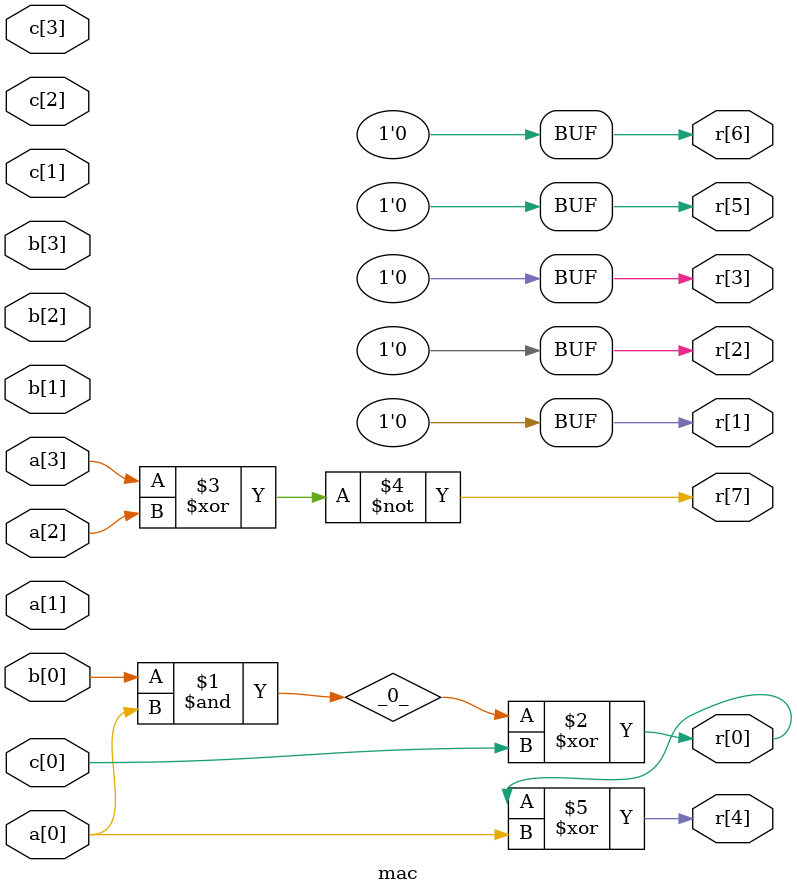
<source format=v>
/* Generated by Yosys 0.18+29 (git sha1 b2408df31, gcc 10.3.0-1ubuntu1~20.04 -fPIC -Os) */

module mac(\a[0] , \a[1] , \a[2] , \a[3] , \b[0] , \b[1] , \b[2] , \b[3] , \c[0] , \c[1] , \c[2] , \c[3] , \r[0] , \r[1] , \r[2] , \r[3] , \r[4] , \r[5] , \r[6] , \r[7] );
  wire _0_;
  input \a[0] ;
  wire \a[0] ;
  input \a[1] ;
  wire \a[1] ;
  input \a[2] ;
  wire \a[2] ;
  input \a[3] ;
  wire \a[3] ;
  input \b[0] ;
  wire \b[0] ;
  input \b[1] ;
  wire \b[1] ;
  input \b[2] ;
  wire \b[2] ;
  input \b[3] ;
  wire \b[3] ;
  input \c[0] ;
  wire \c[0] ;
  input \c[1] ;
  wire \c[1] ;
  input \c[2] ;
  wire \c[2] ;
  input \c[3] ;
  wire \c[3] ;
  output \r[0] ;
  wire \r[0] ;
  output \r[1] ;
  wire \r[1] ;
  output \r[2] ;
  wire \r[2] ;
  output \r[3] ;
  wire \r[3] ;
  output \r[4] ;
  wire \r[4] ;
  output \r[5] ;
  wire \r[5] ;
  output \r[6] ;
  wire \r[6] ;
  output \r[7] ;
  wire \r[7] ;
  assign _0_ = \b[0]  & \a[0] ;
  assign \r[0]  = _0_ ^ \c[0] ;
  assign \r[7]  = ~(\a[3]  ^ \a[2] );
  assign \r[4]  = \r[0]  ^ \a[0] ;
  assign \r[1]  = 1'h0;
  assign \r[2]  = 1'h0;
  assign \r[3]  = 1'h0;
  assign \r[5]  = 1'h0;
  assign \r[6]  = 1'h0;
endmodule

</source>
